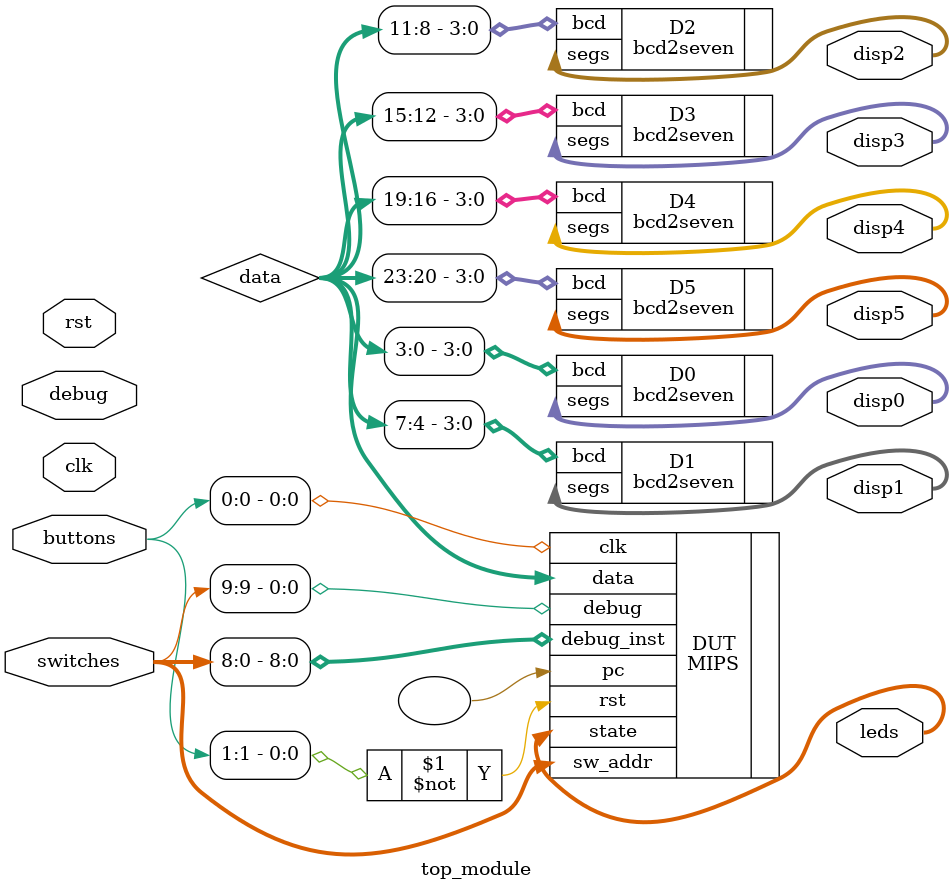
<source format=sv>
module top_module(
    input clk, rst, debug,
    input [9:0] switches,
    input [3:0] buttons,
    output [9:0] leds,
    output [6:0] disp0,
    output [6:0] disp1,
    output [6:0] disp2,
    output [6:0] disp3,
    output [6:0] disp4,
    output [6:0] disp5 
);
wire [31:0] data;
bcd2seven D0(.bcd(data[3:0]),.segs(disp0));
bcd2seven D1(.bcd(data[7:4]),.segs(disp1));
bcd2seven D2(.bcd(data[11:8]),.segs(disp2));
bcd2seven D3(.bcd(data[15:12]),.segs(disp3));
bcd2seven D4(.bcd(data[19:16]),.segs(disp4));
bcd2seven D5(.bcd(data[23:20]),.segs(disp5));

MIPS DUT(.clk(buttons[0]),.rst(~buttons[1]), .debug(switches[9]),
        .sw_addr(switches[9:0]), .debug_inst(switches[8:0]), .state(leds), .pc(), .data(data));

  endmodule 
</source>
